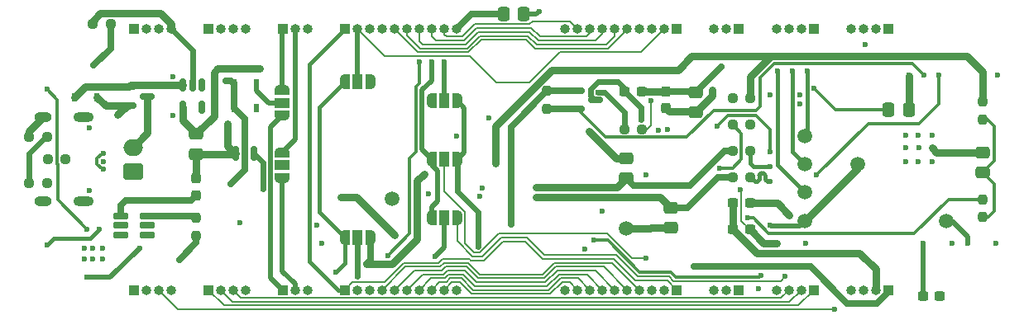
<source format=gbr>
%TF.GenerationSoftware,KiCad,Pcbnew,8.0.0*%
%TF.CreationDate,2024-12-15T19:06:57+00:00*%
%TF.ProjectId,main-board,6d61696e-2d62-46f6-9172-642e6b696361,rev?*%
%TF.SameCoordinates,Original*%
%TF.FileFunction,Copper,L4,Bot*%
%TF.FilePolarity,Positive*%
%FSLAX46Y46*%
G04 Gerber Fmt 4.6, Leading zero omitted, Abs format (unit mm)*
G04 Created by KiCad (PCBNEW 8.0.0) date 2024-12-15 19:06:57*
%MOMM*%
%LPD*%
G01*
G04 APERTURE LIST*
G04 Aperture macros list*
%AMRoundRect*
0 Rectangle with rounded corners*
0 $1 Rounding radius*
0 $2 $3 $4 $5 $6 $7 $8 $9 X,Y pos of 4 corners*
0 Add a 4 corners polygon primitive as box body*
4,1,4,$2,$3,$4,$5,$6,$7,$8,$9,$2,$3,0*
0 Add four circle primitives for the rounded corners*
1,1,$1+$1,$2,$3*
1,1,$1+$1,$4,$5*
1,1,$1+$1,$6,$7*
1,1,$1+$1,$8,$9*
0 Add four rect primitives between the rounded corners*
20,1,$1+$1,$2,$3,$4,$5,0*
20,1,$1+$1,$4,$5,$6,$7,0*
20,1,$1+$1,$6,$7,$8,$9,0*
20,1,$1+$1,$8,$9,$2,$3,0*%
%AMFreePoly0*
4,1,19,0.550000,-0.750000,0.000000,-0.750000,0.000000,-0.744911,-0.071157,-0.744911,-0.207708,-0.704816,-0.327430,-0.627875,-0.420627,-0.520320,-0.479746,-0.390866,-0.500000,-0.250000,-0.500000,0.250000,-0.479746,0.390866,-0.420627,0.520320,-0.327430,0.627875,-0.207708,0.704816,-0.071157,0.744911,0.000000,0.744911,0.000000,0.750000,0.550000,0.750000,0.550000,-0.750000,0.550000,-0.750000,
$1*%
%AMFreePoly1*
4,1,19,0.000000,0.744911,0.071157,0.744911,0.207708,0.704816,0.327430,0.627875,0.420627,0.520320,0.479746,0.390866,0.500000,0.250000,0.500000,-0.250000,0.479746,-0.390866,0.420627,-0.520320,0.327430,-0.627875,0.207708,-0.704816,0.071157,-0.744911,0.000000,-0.744911,0.000000,-0.750000,-0.550000,-0.750000,-0.550000,0.750000,0.000000,0.750000,0.000000,0.744911,0.000000,0.744911,
$1*%
G04 Aperture macros list end*
%TA.AperFunction,ComponentPad*%
%ADD10R,1.000000X1.000000*%
%TD*%
%TA.AperFunction,ComponentPad*%
%ADD11O,1.000000X1.000000*%
%TD*%
%TA.AperFunction,ComponentPad*%
%ADD12O,2.100000X1.000000*%
%TD*%
%TA.AperFunction,ComponentPad*%
%ADD13O,1.800000X1.000000*%
%TD*%
%TA.AperFunction,SMDPad,CuDef*%
%ADD14RoundRect,0.250000X-0.475000X0.337500X-0.475000X-0.337500X0.475000X-0.337500X0.475000X0.337500X0*%
%TD*%
%TA.AperFunction,SMDPad,CuDef*%
%ADD15C,1.500000*%
%TD*%
%TA.AperFunction,SMDPad,CuDef*%
%ADD16RoundRect,0.237500X-0.250000X-0.237500X0.250000X-0.237500X0.250000X0.237500X-0.250000X0.237500X0*%
%TD*%
%TA.AperFunction,SMDPad,CuDef*%
%ADD17RoundRect,0.150000X-0.150000X0.512500X-0.150000X-0.512500X0.150000X-0.512500X0.150000X0.512500X0*%
%TD*%
%TA.AperFunction,SMDPad,CuDef*%
%ADD18RoundRect,0.250000X0.475000X-0.337500X0.475000X0.337500X-0.475000X0.337500X-0.475000X-0.337500X0*%
%TD*%
%TA.AperFunction,SMDPad,CuDef*%
%ADD19FreePoly0,90.000000*%
%TD*%
%TA.AperFunction,SMDPad,CuDef*%
%ADD20R,1.500000X1.000000*%
%TD*%
%TA.AperFunction,SMDPad,CuDef*%
%ADD21FreePoly1,90.000000*%
%TD*%
%TA.AperFunction,SMDPad,CuDef*%
%ADD22FreePoly0,180.000000*%
%TD*%
%TA.AperFunction,SMDPad,CuDef*%
%ADD23R,1.000000X1.500000*%
%TD*%
%TA.AperFunction,SMDPad,CuDef*%
%ADD24FreePoly1,180.000000*%
%TD*%
%TA.AperFunction,SMDPad,CuDef*%
%ADD25RoundRect,0.237500X-0.237500X0.250000X-0.237500X-0.250000X0.237500X-0.250000X0.237500X0.250000X0*%
%TD*%
%TA.AperFunction,SMDPad,CuDef*%
%ADD26RoundRect,0.250000X0.337500X0.475000X-0.337500X0.475000X-0.337500X-0.475000X0.337500X-0.475000X0*%
%TD*%
%TA.AperFunction,SMDPad,CuDef*%
%ADD27RoundRect,0.162500X0.617500X0.162500X-0.617500X0.162500X-0.617500X-0.162500X0.617500X-0.162500X0*%
%TD*%
%TA.AperFunction,SMDPad,CuDef*%
%ADD28R,0.630000X0.830000*%
%TD*%
%TA.AperFunction,SMDPad,CuDef*%
%ADD29RoundRect,0.150000X0.150000X-0.587500X0.150000X0.587500X-0.150000X0.587500X-0.150000X-0.587500X0*%
%TD*%
%TA.AperFunction,SMDPad,CuDef*%
%ADD30RoundRect,0.237500X-0.300000X-0.237500X0.300000X-0.237500X0.300000X0.237500X-0.300000X0.237500X0*%
%TD*%
%TA.AperFunction,SMDPad,CuDef*%
%ADD31RoundRect,0.237500X0.250000X0.237500X-0.250000X0.237500X-0.250000X-0.237500X0.250000X-0.237500X0*%
%TD*%
%TA.AperFunction,SMDPad,CuDef*%
%ADD32RoundRect,0.250000X-0.337500X-0.475000X0.337500X-0.475000X0.337500X0.475000X-0.337500X0.475000X0*%
%TD*%
%TA.AperFunction,SMDPad,CuDef*%
%ADD33RoundRect,0.237500X0.237500X-0.250000X0.237500X0.250000X-0.237500X0.250000X-0.237500X-0.250000X0*%
%TD*%
%TA.AperFunction,SMDPad,CuDef*%
%ADD34RoundRect,0.237500X0.300000X0.237500X-0.300000X0.237500X-0.300000X-0.237500X0.300000X-0.237500X0*%
%TD*%
%TA.AperFunction,ComponentPad*%
%ADD35RoundRect,0.250000X0.750000X-0.600000X0.750000X0.600000X-0.750000X0.600000X-0.750000X-0.600000X0*%
%TD*%
%TA.AperFunction,ComponentPad*%
%ADD36O,2.000000X1.700000*%
%TD*%
%TA.AperFunction,SMDPad,CuDef*%
%ADD37RoundRect,0.150000X-0.587500X-0.150000X0.587500X-0.150000X0.587500X0.150000X-0.587500X0.150000X0*%
%TD*%
%TA.AperFunction,SMDPad,CuDef*%
%ADD38RoundRect,0.237500X0.237500X-0.300000X0.237500X0.300000X-0.237500X0.300000X-0.237500X-0.300000X0*%
%TD*%
%TA.AperFunction,ViaPad*%
%ADD39C,0.600000*%
%TD*%
%TA.AperFunction,Conductor*%
%ADD40C,0.400000*%
%TD*%
%TA.AperFunction,Conductor*%
%ADD41C,0.800000*%
%TD*%
%TA.AperFunction,Conductor*%
%ADD42C,0.700000*%
%TD*%
%TA.AperFunction,Conductor*%
%ADD43C,0.600000*%
%TD*%
%TA.AperFunction,Conductor*%
%ADD44C,0.500000*%
%TD*%
%TA.AperFunction,Conductor*%
%ADD45C,0.200000*%
%TD*%
%TA.AperFunction,Conductor*%
%ADD46C,0.300000*%
%TD*%
G04 APERTURE END LIST*
D10*
%TO.P,SW_C1,1,Pin_1*%
%TO.N,/SW1_A*%
X76650000Y-113400000D03*
D11*
%TO.P,SW_C1,2,Pin_2*%
%TO.N,/SW2_A*%
X77920000Y-113400000D03*
%TO.P,SW_C1,3,Pin_3*%
%TO.N,GND*%
X79190000Y-113400000D03*
%TD*%
D10*
%TO.P,PWR1,1,Pin_1*%
%TO.N,/VCC_CTRL*%
X61400000Y-113400000D03*
D11*
%TO.P,PWR1,2,Pin_2*%
%TO.N,LDO_CTRL*%
X62670000Y-113400000D03*
%TO.P,PWR1,3,Pin_3*%
%TO.N,/BUZZER_A*%
X63940000Y-113400000D03*
%TO.P,PWR1,4,Pin_4*%
%TO.N,GND*%
X65210000Y-113400000D03*
%TD*%
D10*
%TO.P,DD1,1,Pin_1*%
%TO.N,/VPRG*%
X83005000Y-113400000D03*
D11*
%TO.P,DD1,2,Pin_2*%
%TO.N,/ALT_A*%
X84275000Y-113400000D03*
%TO.P,DD1,3,Pin_3*%
%TO.N,/GSCLK*%
X85545000Y-113400000D03*
%TO.P,DD1,4,Pin_4*%
%TO.N,/BLANK*%
X86815000Y-113400000D03*
%TO.P,DD1,5,Pin_5*%
%TO.N,/XLAT*%
X88085000Y-113400000D03*
%TO.P,DD1,6,Pin_6*%
%TO.N,/XERR_A*%
X89355000Y-113400000D03*
%TO.P,DD1,7,Pin_7*%
%TO.N,/SCLK*%
X90625000Y-113400000D03*
%TO.P,DD1,8,Pin_8*%
%TO.N,/SIN_A*%
X91895000Y-113400000D03*
%TO.P,DD1,9,Pin_9*%
%TO.N,/SOUT_A*%
X93165000Y-113400000D03*
%TO.P,DD1,10,Pin_10*%
%TO.N,GND*%
X94435000Y-113400000D03*
%TD*%
D10*
%TO.P,CA3,1,Pin_1*%
%TO.N,/MC_DD_1_B*%
X69025000Y-86600000D03*
D11*
%TO.P,CA3,2,Pin_2*%
%TO.N,/MC_DD_2_B*%
X70295000Y-86600000D03*
%TO.P,CA3,3,Pin_3*%
%TO.N,/MC_SD_B*%
X71565000Y-86600000D03*
%TO.P,CA3,4,Pin_4*%
%TO.N,GND*%
X72835000Y-86600000D03*
%TD*%
D10*
%TO.P,SW_C2,1,Pin_1*%
%TO.N,/SW1_A*%
X123350000Y-113400000D03*
D11*
%TO.P,SW_C2,2,Pin_2*%
%TO.N,/SW2_A*%
X122080000Y-113400000D03*
%TO.P,SW_C2,3,Pin_3*%
%TO.N,GND*%
X120810000Y-113400000D03*
%TD*%
D10*
%TO.P,CA1,1,Pin_1*%
%TO.N,/MC_DD_1_A*%
X69025000Y-113400000D03*
D11*
%TO.P,CA1,2,Pin_2*%
%TO.N,/MC_DD_2_A*%
X70295000Y-113400000D03*
%TO.P,CA1,3,Pin_3*%
%TO.N,/MC_SD_A*%
X71565000Y-113400000D03*
%TO.P,CA1,4,Pin_4*%
%TO.N,GND*%
X72835000Y-113400000D03*
%TD*%
D10*
%TO.P,DD4,1,Pin_1*%
%TO.N,/VPRG*%
X116995000Y-86600000D03*
D11*
%TO.P,DD4,2,Pin_2*%
%TO.N,/ALT_B*%
X115725000Y-86600000D03*
%TO.P,DD4,3,Pin_3*%
%TO.N,/GSCLK*%
X114455000Y-86600000D03*
%TO.P,DD4,4,Pin_4*%
%TO.N,/BLANK*%
X113185000Y-86600000D03*
%TO.P,DD4,5,Pin_5*%
%TO.N,/XLAT*%
X111915000Y-86600000D03*
%TO.P,DD4,6,Pin_6*%
%TO.N,/XERR_B*%
X110645000Y-86600000D03*
%TO.P,DD4,7,Pin_7*%
%TO.N,/SCLK*%
X109375000Y-86600000D03*
%TO.P,DD4,8,Pin_8*%
%TO.N,/SIN_B*%
X108105000Y-86600000D03*
%TO.P,DD4,9,Pin_9*%
%TO.N,/SOUT_B*%
X106835000Y-86600000D03*
%TO.P,DD4,10,Pin_10*%
%TO.N,GND*%
X105565000Y-86600000D03*
%TD*%
D10*
%TO.P,DD2,1,Pin_1*%
%TO.N,/VPRG*%
X116995000Y-113400000D03*
D11*
%TO.P,DD2,2,Pin_2*%
%TO.N,/ALT_A*%
X115725000Y-113400000D03*
%TO.P,DD2,3,Pin_3*%
%TO.N,/GSCLK*%
X114455000Y-113400000D03*
%TO.P,DD2,4,Pin_4*%
%TO.N,/BLANK*%
X113185000Y-113400000D03*
%TO.P,DD2,5,Pin_5*%
%TO.N,/XLAT*%
X111915000Y-113400000D03*
%TO.P,DD2,6,Pin_6*%
%TO.N,/XERR_A*%
X110645000Y-113400000D03*
%TO.P,DD2,7,Pin_7*%
%TO.N,/SCLK*%
X109375000Y-113400000D03*
%TO.P,DD2,8,Pin_8*%
%TO.N,/SIN_A*%
X108105000Y-113400000D03*
%TO.P,DD2,9,Pin_9*%
%TO.N,/SOUT_A*%
X106835000Y-113400000D03*
%TO.P,DD2,10,Pin_10*%
%TO.N,GND*%
X105565000Y-113400000D03*
%TD*%
D10*
%TO.P,SW_C4,1,Pin_1*%
%TO.N,/SW1_B*%
X123350000Y-86600000D03*
D11*
%TO.P,SW_C4,2,Pin_2*%
%TO.N,/SW2_B*%
X122080000Y-86600000D03*
%TO.P,SW_C4,3,Pin_3*%
%TO.N,GND*%
X120810000Y-86600000D03*
%TD*%
D10*
%TO.P,PWR2,1,Pin_1*%
%TO.N,/VCC_CTRL*%
X138600000Y-113400000D03*
D11*
%TO.P,PWR2,2,Pin_2*%
%TO.N,LDO_CTRL*%
X137330000Y-113400000D03*
%TO.P,PWR2,3,Pin_3*%
%TO.N,/BUZZER_A*%
X136060000Y-113400000D03*
%TO.P,PWR2,4,Pin_4*%
%TO.N,GND*%
X134790000Y-113400000D03*
%TD*%
D10*
%TO.P,CA4,1,Pin_1*%
%TO.N,/MC_DD_1_B*%
X130975000Y-86600000D03*
D11*
%TO.P,CA4,2,Pin_2*%
%TO.N,/MC_DD_2_B*%
X129705000Y-86600000D03*
%TO.P,CA4,3,Pin_3*%
%TO.N,/MC_SD_B*%
X128435000Y-86600000D03*
%TO.P,CA4,4,Pin_4*%
%TO.N,GND*%
X127165000Y-86600000D03*
%TD*%
D10*
%TO.P,SW_C3,1,Pin_1*%
%TO.N,/SW1_B*%
X76650000Y-86600000D03*
D11*
%TO.P,SW_C3,2,Pin_2*%
%TO.N,/SW2_B*%
X77920000Y-86600000D03*
%TO.P,SW_C3,3,Pin_3*%
%TO.N,GND*%
X79190000Y-86600000D03*
%TD*%
D10*
%TO.P,PWR4,1,Pin_1*%
%TO.N,/VCC_CTRL*%
X138600000Y-86600000D03*
D11*
%TO.P,PWR4,2,Pin_2*%
%TO.N,LDO_CTRL*%
X137330000Y-86600000D03*
%TO.P,PWR4,3,Pin_3*%
%TO.N,/BUZZER_B*%
X136060000Y-86600000D03*
%TO.P,PWR4,4,Pin_4*%
%TO.N,GND*%
X134790000Y-86600000D03*
%TD*%
D10*
%TO.P,PWR3,1,Pin_1*%
%TO.N,/VCC_CTRL*%
X61400000Y-86600000D03*
D11*
%TO.P,PWR3,2,Pin_2*%
%TO.N,LDO_CTRL*%
X62670000Y-86600000D03*
%TO.P,PWR3,3,Pin_3*%
%TO.N,/BUZZER_B*%
X63940000Y-86600000D03*
%TO.P,PWR3,4,Pin_4*%
%TO.N,GND*%
X65210000Y-86600000D03*
%TD*%
D12*
%TO.P,J1,S1,SHIELD*%
%TO.N,Net-(J1-SHIELD)*%
X56280000Y-95660000D03*
D13*
X52100000Y-95660000D03*
D12*
X56280000Y-104300000D03*
D13*
X52100000Y-104300000D03*
%TD*%
D10*
%TO.P,DD3,1,Pin_1*%
%TO.N,/VPRG*%
X83005000Y-86600000D03*
D11*
%TO.P,DD3,2,Pin_2*%
%TO.N,/ALT_B*%
X84275000Y-86600000D03*
%TO.P,DD3,3,Pin_3*%
%TO.N,/GSCLK*%
X85545000Y-86600000D03*
%TO.P,DD3,4,Pin_4*%
%TO.N,/BLANK*%
X86815000Y-86600000D03*
%TO.P,DD3,5,Pin_5*%
%TO.N,/XLAT*%
X88085000Y-86600000D03*
%TO.P,DD3,6,Pin_6*%
%TO.N,/XERR_B*%
X89355000Y-86600000D03*
%TO.P,DD3,7,Pin_7*%
%TO.N,/SCLK*%
X90625000Y-86600000D03*
%TO.P,DD3,8,Pin_8*%
%TO.N,/SIN_B*%
X91895000Y-86600000D03*
%TO.P,DD3,9,Pin_9*%
%TO.N,/SOUT_B*%
X93165000Y-86600000D03*
%TO.P,DD3,10,Pin_10*%
%TO.N,GND*%
X94435000Y-86600000D03*
%TD*%
D10*
%TO.P,CA2,1,Pin_1*%
%TO.N,/MC_DD_1_A*%
X130975000Y-113400000D03*
D11*
%TO.P,CA2,2,Pin_2*%
%TO.N,/MC_DD_2_A*%
X129705000Y-113400000D03*
%TO.P,CA2,3,Pin_3*%
%TO.N,/MC_SD_A*%
X128435000Y-113400000D03*
%TO.P,CA2,4,Pin_4*%
%TO.N,GND*%
X127165000Y-113400000D03*
%TD*%
D14*
%TO.P,C16,1*%
%TO.N,LDO*%
X67800000Y-97362500D03*
%TO.P,C16,2*%
%TO.N,GND*%
X67800000Y-99437500D03*
%TD*%
D15*
%TO.P,GND,1,1*%
%TO.N,GND*%
X130100000Y-106300000D03*
%TD*%
D16*
%TO.P,R9,1*%
%TO.N,Net-(D3-K)*%
X122687500Y-96400000D03*
%TO.P,R9,2*%
%TO.N,GND*%
X124512500Y-96400000D03*
%TD*%
D17*
%TO.P,U5,1,VIN*%
%TO.N,VCC*%
X66437500Y-92375000D03*
%TO.P,U5,2,GND*%
%TO.N,GND*%
X67387500Y-92375000D03*
%TO.P,U5,3,EN*%
%TO.N,/LDO_EN*%
X68337500Y-92375000D03*
%TO.P,U5,4,NC*%
%TO.N,unconnected-(U5-NC-Pad4)*%
X68337500Y-94650000D03*
%TO.P,U5,5,VOUT*%
%TO.N,LDO*%
X66437500Y-94650000D03*
%TD*%
D18*
%TO.P,C1,1*%
%TO.N,/EN*%
X148300000Y-101337500D03*
%TO.P,C1,2*%
%TO.N,GND*%
X148300000Y-99262500D03*
%TD*%
D19*
%TO.P,SW_2,1,A*%
%TO.N,/SW2_A*%
X76600000Y-101900000D03*
D20*
%TO.P,SW_2,2,C*%
%TO.N,/SW2*%
X76600000Y-100600000D03*
D21*
%TO.P,SW_2,3,B*%
%TO.N,/SW2_B*%
X76600000Y-99300000D03*
%TD*%
D22*
%TO.P,ALT_A1,1,A*%
%TO.N,LDO_CTRL*%
X85600000Y-108000000D03*
D23*
%TO.P,ALT_A1,2,C*%
%TO.N,/ALT_A*%
X84300000Y-108000000D03*
D24*
%TO.P,ALT_A1,3,B*%
%TO.N,/CTRL*%
X83000000Y-108000000D03*
%TD*%
D25*
%TO.P,R12,1*%
%TO.N,VCC*%
X103700000Y-92987500D03*
%TO.P,R12,2*%
%TO.N,/ADC_VREF_EN*%
X103700000Y-94812500D03*
%TD*%
D26*
%TO.P,C3,1*%
%TO.N,/ADC_BAT_EN*%
X140737500Y-94900000D03*
%TO.P,C3,2*%
%TO.N,Net-(Q1-G)*%
X138662500Y-94900000D03*
%TD*%
D27*
%TO.P,U7,1,GND*%
%TO.N,GND*%
X62800000Y-105825000D03*
%TO.P,U7,2,D12*%
%TO.N,unconnected-(U7-D12-Pad2)*%
X62800000Y-106775000D03*
%TO.P,U7,3,BAT-*%
%TO.N,-BATT*%
X62800000Y-107725000D03*
%TO.P,U7,4,CS*%
%TO.N,Net-(U7-CS)*%
X60100000Y-107725000D03*
%TO.P,U7,5,D12*%
%TO.N,unconnected-(U7-D12-Pad5)*%
X60100000Y-106775000D03*
%TO.P,U7,6,VCC*%
%TO.N,Net-(U7-VCC)*%
X60100000Y-105825000D03*
%TD*%
D28*
%TO.P,D9,A*%
%TO.N,Net-(Q7-D)*%
X71650000Y-94700000D03*
%TO.P,D9,C*%
%TO.N,/SW2*%
X73950000Y-94700000D03*
%TD*%
D29*
%TO.P,Q7,1,G*%
%TO.N,Net-(Q7-G)*%
X73700000Y-99400000D03*
%TO.P,Q7,2,S*%
%TO.N,GND*%
X71800000Y-99400000D03*
%TO.P,Q7,3,D*%
%TO.N,Net-(Q7-D)*%
X72750000Y-97525000D03*
%TD*%
D15*
%TO.P,12,1,1*%
%TO.N,/GPIO12*%
X130100000Y-100500000D03*
%TD*%
D28*
%TO.P,D8,A*%
%TO.N,Net-(Q7-D)*%
X71650000Y-92200000D03*
%TO.P,D8,C*%
%TO.N,/SW1*%
X73950000Y-92200000D03*
%TD*%
D30*
%TO.P,R19,1*%
%TO.N,Net-(U2-TXD0)*%
X142175000Y-114000000D03*
%TO.P,R19,2*%
%TO.N,/U0TXD*%
X143900000Y-114000000D03*
%TD*%
D31*
%TO.P,R7,1*%
%TO.N,GND*%
X54412500Y-100000000D03*
%TO.P,R7,2*%
%TO.N,Net-(J1-CC1)*%
X52587500Y-100000000D03*
%TD*%
D24*
%TO.P,AB_2,3,B*%
%TO.N,/MISO(SOUT)*%
X91900000Y-94000000D03*
D23*
%TO.P,AB_2,2,C*%
%TO.N,/SOUT_B*%
X93200000Y-94000000D03*
D22*
%TO.P,AB_2,1,A*%
%TO.N,/SIN_A*%
X94500000Y-94000000D03*
%TD*%
D31*
%TO.P,R17,1*%
%TO.N,Net-(U2-USB_D+)*%
X124512500Y-101800000D03*
%TO.P,R17,2*%
%TO.N,/USB_D-*%
X122687500Y-101800000D03*
%TD*%
D25*
%TO.P,R2,1*%
%TO.N,LDO*%
X148312500Y-94087500D03*
%TO.P,R2,2*%
%TO.N,/EN*%
X148312500Y-95912500D03*
%TD*%
D32*
%TO.P,C12,1*%
%TO.N,GND*%
X99262500Y-85100000D03*
%TO.P,C12,2*%
%TO.N,LDO_CTRL*%
X101337500Y-85100000D03*
%TD*%
D33*
%TO.P,R34,1*%
%TO.N,VBUS*%
X67800000Y-107812500D03*
%TO.P,R34,2*%
%TO.N,GND*%
X67800000Y-105987500D03*
%TD*%
D34*
%TO.P,R22,1*%
%TO.N,/SDA*%
X124462500Y-104500000D03*
%TO.P,R22,2*%
%TO.N,LDO_CTRL*%
X122737500Y-104500000D03*
%TD*%
D31*
%TO.P,R11,1*%
%TO.N,LDO*%
X124512500Y-93700000D03*
%TO.P,R11,2*%
%TO.N,Net-(U2-IO00)*%
X122687500Y-93700000D03*
%TD*%
D35*
%TO.P,BAT1,1,Pin_1*%
%TO.N,-BATT*%
X61350000Y-101250000D03*
D36*
%TO.P,BAT1,2,Pin_2*%
%TO.N,+BATT*%
X61350000Y-98750000D03*
%TD*%
D31*
%TO.P,R1,1*%
%TO.N,GND*%
X52512500Y-97700000D03*
%TO.P,R1,2*%
%TO.N,Net-(J1-SHIELD)*%
X50687500Y-97700000D03*
%TD*%
D33*
%TO.P,R5,1*%
%TO.N,/EN*%
X148312500Y-105912500D03*
%TO.P,R5,2*%
%TO.N,Net-(C2-Pad2)*%
X148312500Y-104087500D03*
%TD*%
D37*
%TO.P,Q2,1,G*%
%TO.N,/ADC_VREF_EN*%
X106825000Y-94850000D03*
%TO.P,Q2,2,S*%
%TO.N,VCC*%
X106825000Y-92950000D03*
%TO.P,Q2,3,D*%
%TO.N,/2.5V*%
X108700000Y-93900000D03*
%TD*%
D38*
%TO.P,R14,1*%
%TO.N,GND*%
X115900000Y-94762500D03*
%TO.P,R14,2*%
%TO.N,/1V*%
X115900000Y-93037500D03*
%TD*%
D28*
%TO.P,D10,A*%
%TO.N,VBUS*%
X57650000Y-93600000D03*
%TO.P,D10,C*%
%TO.N,VCC*%
X55350000Y-93600000D03*
%TD*%
D22*
%TO.P,AB_1,1,A*%
%TO.N,/SIN_A*%
X94500000Y-100000000D03*
D23*
%TO.P,AB_1,2,C*%
%TO.N,/MOSI(SIN)*%
X93200000Y-100000000D03*
D24*
%TO.P,AB_1,3,B*%
%TO.N,/SIN_B*%
X91900000Y-100000000D03*
%TD*%
D16*
%TO.P,R8,1*%
%TO.N,GND*%
X50687500Y-102400000D03*
%TO.P,R8,2*%
%TO.N,Net-(J1-CC2)*%
X52512500Y-102400000D03*
%TD*%
D22*
%TO.P,AB_3,1,A*%
%TO.N,/MISO(SOUT)*%
X94500000Y-106000000D03*
D23*
%TO.P,AB_3,2,C*%
%TO.N,/SOUT_A*%
X93200000Y-106000000D03*
D24*
%TO.P,AB_3,3,B*%
%TO.N,/SIN_B*%
X91900000Y-106000000D03*
%TD*%
D34*
%TO.P,R21,1*%
%TO.N,/SCL*%
X124462500Y-107200000D03*
%TO.P,R21,2*%
%TO.N,LDO_CTRL*%
X122737500Y-107200000D03*
%TD*%
D30*
%TO.P,R13,1*%
%TO.N,/2.5V*%
X111637500Y-93000000D03*
%TO.P,R13,2*%
%TO.N,/1V*%
X113362500Y-93000000D03*
%TD*%
D19*
%TO.P,SW_1,1,A*%
%TO.N,/SW1_A*%
X76600000Y-95500000D03*
D20*
%TO.P,SW_1,2,C*%
%TO.N,/SW1*%
X76600000Y-94200000D03*
D21*
%TO.P,SW_1,3,B*%
%TO.N,/SW1_B*%
X76600000Y-92900000D03*
%TD*%
D15*
%TO.P,46,1,1*%
%TO.N,/GPIO46*%
X144600000Y-106300000D03*
%TD*%
%TO.P,GND,1,1*%
%TO.N,GND*%
X87800000Y-104000000D03*
%TD*%
D37*
%TO.P,Q6,1,G*%
%TO.N,VBUS*%
X60925000Y-94450000D03*
%TO.P,Q6,2,S*%
%TO.N,VCC*%
X60925000Y-92550000D03*
%TO.P,Q6,3,D*%
%TO.N,+BATT*%
X62800000Y-93500000D03*
%TD*%
D31*
%TO.P,R30,1*%
%TO.N,VBUS*%
X59012500Y-86100000D03*
%TO.P,R30,2*%
%TO.N,GND*%
X57187500Y-86100000D03*
%TD*%
D15*
%TO.P,GND,1,1*%
%TO.N,GND*%
X135500000Y-100500000D03*
%TD*%
%TO.P,GND,1,1*%
%TO.N,GND*%
X111800000Y-107100000D03*
%TD*%
D22*
%TO.P,ALT_B1,1,A*%
%TO.N,LDO_CTRL*%
X85600000Y-92000000D03*
D23*
%TO.P,ALT_B1,2,C*%
%TO.N,/ALT_B*%
X84300000Y-92000000D03*
D24*
%TO.P,ALT_B1,3,B*%
%TO.N,/CTRL*%
X83000000Y-92000000D03*
%TD*%
D15*
%TO.P,13,1,1*%
%TO.N,/GPIO13*%
X130100000Y-103400000D03*
%TD*%
D31*
%TO.P,R18,1*%
%TO.N,Net-(U2-USB_D-)*%
X124512500Y-99100000D03*
%TO.P,R18,2*%
%TO.N,/USB_D+*%
X122687500Y-99100000D03*
%TD*%
%TO.P,R16,1*%
%TO.N,/XERR_B*%
X113412500Y-96900000D03*
%TO.P,R16,2*%
%TO.N,Net-(D5-K)*%
X111587500Y-96900000D03*
%TD*%
D14*
%TO.P,C7,1*%
%TO.N,/USB_D-*%
X116400000Y-104962500D03*
%TO.P,C7,2*%
%TO.N,GND*%
X116400000Y-107037500D03*
%TD*%
D38*
%TO.P,C18,1*%
%TO.N,Net-(U7-VCC)*%
X67800000Y-103662500D03*
%TO.P,C18,2*%
%TO.N,GND*%
X67800000Y-101937500D03*
%TD*%
D14*
%TO.P,C6,1*%
%TO.N,/1V*%
X118900000Y-93100000D03*
%TO.P,C6,2*%
%TO.N,GND*%
X118900000Y-95175000D03*
%TD*%
D18*
%TO.P,C8,1*%
%TO.N,/USB_D+*%
X111800000Y-101937500D03*
%TO.P,C8,2*%
%TO.N,GND*%
X111800000Y-99862500D03*
%TD*%
D15*
%TO.P,11,1,1*%
%TO.N,/GPIO11*%
X130100000Y-97600000D03*
%TD*%
D39*
%TO.N,GND*%
X120600000Y-92850000D03*
X65400000Y-91475000D03*
%TO.N,+BATT*%
X94400000Y-97612500D03*
X65400000Y-95500000D03*
%TO.N,/BUZZER_A*%
X133100000Y-115400000D03*
%TO.N,/VCC_CTRL*%
X118700000Y-111000000D03*
%TO.N,Net-(D4-K)*%
X107587500Y-109200000D03*
X109375000Y-105300000D03*
%TO.N,/MOSI(SIN)*%
X113785000Y-110100000D03*
X130175000Y-108625000D03*
%TO.N,/CTRL*%
X125300000Y-113300000D03*
%TO.N,/VCC_CTRL_EN*%
X126500000Y-93400000D03*
%TO.N,/GPIO11*%
X130300000Y-90900000D03*
%TO.N,/GPIO12*%
X128800000Y-90900000D03*
%TO.N,/GPIO13*%
X127300000Y-90900000D03*
%TO.N,GND*%
X124512500Y-96400000D03*
%TO.N,/BLANK*%
X116050000Y-96950000D03*
%TO.N,/XLAT*%
X115100000Y-97050000D03*
%TO.N,GND*%
X108025000Y-97125000D03*
%TO.N,/GSCLK*%
X121100000Y-96600000D03*
X126525000Y-99250000D03*
%TO.N,Net-(Q1-G)*%
X97725000Y-95750000D03*
X131000000Y-92700000D03*
%TO.N,/SDA*%
X124350000Y-104500000D03*
%TO.N,/SCL*%
X123500000Y-103100000D03*
%TO.N,Net-(U2-IO05)*%
X96834113Y-103750000D03*
%TO.N,GND*%
X91600000Y-103537500D03*
%TO.N,Net-(U2-IO06)*%
X97100000Y-102900000D03*
%TO.N,/ADC_BAT_V*%
X131300000Y-101600000D03*
X143775000Y-91375000D03*
%TO.N,/LDO_LATCH*%
X145175000Y-108625000D03*
X72250000Y-106525000D03*
%TO.N,/VCC_CTRL_EN*%
X80600000Y-108650000D03*
%TO.N,/1V*%
X136300000Y-88200000D03*
%TO.N,/USB_D-*%
X102600000Y-103909824D03*
%TO.N,/USB_D+*%
X58300000Y-101000003D03*
X102600000Y-102850000D03*
%TO.N,/USB_D-*%
X58300000Y-100200000D03*
%TO.N,/USB_D+*%
X58300000Y-99399997D03*
%TO.N,Net-(U2-IO05)*%
X129600000Y-94300000D03*
%TO.N,Net-(U2-IO06)*%
X129600000Y-93337500D03*
%TO.N,/ADC_BAT_V*%
X113800000Y-101600000D03*
%TO.N,/1V*%
X121500000Y-90500000D03*
%TO.N,/2.5V*%
X113292000Y-95925000D03*
%TO.N,/SIN_A*%
X96600000Y-108950000D03*
%TO.N,/SCLK*%
X90625000Y-90000000D03*
X87400000Y-109850000D03*
%TO.N,/XERR_B*%
X114300000Y-93950000D03*
%TO.N,LDO*%
X98400000Y-100400000D03*
%TO.N,Net-(U2-IO00)*%
X122687500Y-93900000D03*
%TO.N,LDO_CTRL*%
X123785636Y-108251622D03*
%TO.N,VCC*%
X88062500Y-107750000D03*
X82600000Y-103900000D03*
X100000000Y-106700000D03*
%TO.N,LDO*%
X74300000Y-90700000D03*
%TO.N,VCC*%
X62300000Y-92375000D03*
%TO.N,GND*%
X87800000Y-104015000D03*
%TO.N,LDO_CTRL*%
X85200000Y-110750000D03*
%TO.N,/SIN_B*%
X91900000Y-90000000D03*
%TO.N,/MISO(SOUT)*%
X94500000Y-105900000D03*
X91900000Y-94000000D03*
%TO.N,/CTRL*%
X82052330Y-111600000D03*
%TO.N,/SCLK*%
X108500000Y-108300000D03*
X125600000Y-111900000D03*
%TO.N,/ALT_A*%
X84275000Y-112000000D03*
%TO.N,/MISO(SOUT)*%
X128086159Y-112000000D03*
%TO.N,/SDA*%
X128500000Y-105700000D03*
%TO.N,/SCL*%
X127175000Y-108625000D03*
%TO.N,GND*%
X80100000Y-106750000D03*
%TO.N,/SW1*%
X73950000Y-92200000D03*
%TO.N,LDO_CTRL*%
X91150000Y-101462500D03*
%TO.N,/SOUT_A*%
X92200000Y-110000000D03*
%TO.N,/SOUT_B*%
X93165000Y-90000000D03*
%TO.N,GND*%
X114300000Y-107037500D03*
%TO.N,LDO_CTRL*%
X85600000Y-92000000D03*
%TO.N,/SW2*%
X73950000Y-94700000D03*
X76600000Y-100600000D03*
%TO.N,/LDO_EN*%
X68337500Y-92375000D03*
%TO.N,VBUS*%
X59750000Y-95400000D03*
%TO.N,Net-(Q7-D)*%
X70837500Y-91900000D03*
%TO.N,LDO_CTRL*%
X102900000Y-84800000D03*
%TO.N,-BATT*%
X62800000Y-107725000D03*
%TO.N,GND*%
X141700000Y-97500000D03*
X58200000Y-110200000D03*
X143100000Y-97500000D03*
X141735000Y-98810000D03*
X70962500Y-96300000D03*
X143100000Y-98800000D03*
X140400000Y-98800000D03*
X56300000Y-109100000D03*
X143100000Y-100200000D03*
X58200000Y-109100000D03*
X54412500Y-100000000D03*
X141700000Y-100200000D03*
X57200000Y-109100000D03*
X52512500Y-97700000D03*
X56855000Y-103180000D03*
X56855000Y-96780000D03*
X57200000Y-110200000D03*
X140400000Y-100200000D03*
X149675000Y-108625000D03*
X56300000Y-110200000D03*
X149775000Y-91375000D03*
X126525000Y-106750000D03*
X67800000Y-105987500D03*
X140400000Y-97500000D03*
%TO.N,/EN*%
X148312500Y-105912500D03*
%TO.N,Net-(C2-Pad2)*%
X124200000Y-106000000D03*
%TO.N,/ADC_BAT_EN*%
X140775000Y-91375000D03*
%TO.N,LDO*%
X148312500Y-94087500D03*
%TO.N,VBUS*%
X57300000Y-90300000D03*
X66050000Y-110300000D03*
%TO.N,Net-(U7-VCC)*%
X64800000Y-104200000D03*
%TO.N,Net-(D3-K)*%
X121377500Y-100875000D03*
%TO.N,Net-(D5-K)*%
X108925000Y-93100000D03*
%TO.N,Net-(Q7-D)*%
X71300000Y-102500000D03*
%TO.N,Net-(Q7-G)*%
X74600000Y-103000000D03*
%TO.N,/ADC_VREF_EN*%
X142275000Y-91375000D03*
%TO.N,Net-(U2-USB_D+)*%
X126525000Y-102250000D03*
%TO.N,Net-(U2-USB_D-)*%
X126525000Y-100750000D03*
%TO.N,/U0TXD*%
X143900000Y-114000000D03*
%TO.N,Net-(U2-TXD0)*%
X142175000Y-108625000D03*
%TO.N,Net-(U6-~{CHRG})*%
X52512500Y-92800000D03*
X56615000Y-107155000D03*
%TO.N,Net-(U6-~{STDBY})*%
X52512500Y-108800000D03*
X57885000Y-107155000D03*
%TO.N,Net-(U6-PROG)*%
X56615000Y-112105000D03*
X61987500Y-109100000D03*
%TO.N,Net-(U7-CS)*%
X60100000Y-107725000D03*
%TO.N,/GPIO46*%
X146775000Y-108625000D03*
%TO.N,Net-(J1-CC1)*%
X52587500Y-100000000D03*
%TO.N,Net-(J1-CC2)*%
X52512500Y-102400000D03*
%TD*%
D40*
%TO.N,Net-(U2-USB_D-)*%
X126525000Y-100750000D02*
X124850000Y-100750000D01*
X124850000Y-100750000D02*
X124512500Y-100412500D01*
X124512500Y-100412500D02*
X124512500Y-99100000D01*
D41*
%TO.N,GND*%
X120600000Y-92850000D02*
X120600000Y-93482097D01*
X120600000Y-93482097D02*
X118907097Y-95175000D01*
X118907097Y-95175000D02*
X118900000Y-95175000D01*
X67800000Y-101937500D02*
X67800000Y-99437500D01*
X57187500Y-86100000D02*
X57187500Y-85812500D01*
X57187500Y-85812500D02*
X57975000Y-85025000D01*
X64125000Y-85025000D02*
X65210000Y-86110000D01*
X65210000Y-86110000D02*
X65210000Y-86600000D01*
X57975000Y-85025000D02*
X64125000Y-85025000D01*
X111800000Y-99862500D02*
X110762500Y-99862500D01*
X110762500Y-99862500D02*
X108025000Y-97125000D01*
X115900000Y-94762500D02*
X116237500Y-95100000D01*
X116237500Y-95100000D02*
X118825000Y-95100000D01*
X118825000Y-95100000D02*
X118900000Y-95175000D01*
D42*
%TO.N,/1V*%
X121500000Y-90500000D02*
X118900000Y-93100000D01*
D43*
%TO.N,GND*%
X67387500Y-92375000D02*
X67387500Y-88777500D01*
X67387500Y-88777500D02*
X65210000Y-86600000D01*
D40*
%TO.N,/CTRL*%
X83000000Y-108000000D02*
X80400000Y-105400000D01*
X80400000Y-105400000D02*
X80400000Y-94600000D01*
X80400000Y-94600000D02*
X83000000Y-92000000D01*
%TO.N,/VPRG*%
X83005000Y-113400000D02*
X82300000Y-113400000D01*
X82300000Y-113400000D02*
X79400000Y-110500000D01*
X79400000Y-110500000D02*
X79400000Y-90205000D01*
X79400000Y-90205000D02*
X83005000Y-86600000D01*
D44*
%TO.N,/SIN_A*%
X94500000Y-94000000D02*
X95200000Y-94700000D01*
X95200000Y-99300000D02*
X94500000Y-100000000D01*
X95200000Y-94700000D02*
X95200000Y-99300000D01*
D40*
%TO.N,Net-(U6-~{STDBY})*%
X56940000Y-108100000D02*
X57885000Y-107155000D01*
X52512500Y-108800000D02*
X53212500Y-108100000D01*
X53212500Y-108100000D02*
X56940000Y-108100000D01*
D45*
%TO.N,/BUZZER_A*%
X63940000Y-113400000D02*
X65940000Y-115400000D01*
X65940000Y-115400000D02*
X133100000Y-115400000D01*
D42*
%TO.N,/VCC_CTRL*%
X138600000Y-113400000D02*
X138600000Y-113614925D01*
X138600000Y-113614925D02*
X137464925Y-114750000D01*
X137464925Y-114750000D02*
X134425000Y-114750000D01*
X134425000Y-114750000D02*
X130675000Y-111000000D01*
X130675000Y-111000000D02*
X118700000Y-111000000D01*
D46*
%TO.N,/SCLK*%
X116847082Y-112050000D02*
X116347082Y-111550000D01*
X125450000Y-112050000D02*
X116847082Y-112050000D01*
X125600000Y-111900000D02*
X125450000Y-112050000D01*
X113186396Y-111550000D02*
X109936396Y-108300000D01*
X116347082Y-111550000D02*
X113186396Y-111550000D01*
X109936396Y-108300000D02*
X108500000Y-108300000D01*
D45*
%TO.N,/MISO(SOUT)*%
X97084314Y-109950000D02*
X99034314Y-108000000D01*
X96084315Y-109950000D02*
X97084314Y-109950000D01*
X127586159Y-112500000D02*
X128086159Y-112000000D01*
X94500000Y-106000000D02*
X94500000Y-108365685D01*
X116160686Y-112000000D02*
X116660686Y-112500000D01*
X99034314Y-108000000D02*
X101600000Y-108000000D01*
X101600000Y-108000000D02*
X103400000Y-109800000D01*
X116660686Y-112500000D02*
X127586159Y-112500000D01*
X113000000Y-112000000D02*
X116160686Y-112000000D01*
X103400000Y-109800000D02*
X110800000Y-109800000D01*
X94500000Y-108365685D02*
X96084315Y-109950000D01*
X110800000Y-109800000D02*
X113000000Y-112000000D01*
D41*
%TO.N,LDO_CTRL*%
X122737500Y-107200000D02*
X122737500Y-107203486D01*
X122737500Y-107203486D02*
X125159014Y-109625000D01*
X127589214Y-109625000D02*
X127614214Y-109600000D01*
X125159014Y-109625000D02*
X127589214Y-109625000D01*
X127614214Y-109600000D02*
X135700000Y-109600000D01*
X135700000Y-109600000D02*
X137330000Y-111230000D01*
X137330000Y-111230000D02*
X137330000Y-113400000D01*
D42*
%TO.N,VCC*%
X100000000Y-96687500D02*
X103700000Y-92987500D01*
X100000000Y-106700000D02*
X100000000Y-96687500D01*
D45*
%TO.N,/VPRG*%
X115995000Y-112400000D02*
X112750686Y-112400000D01*
X110550686Y-110200000D02*
X103234314Y-110200000D01*
X103234314Y-110200000D02*
X101434314Y-108400000D01*
X101434314Y-108400000D02*
X99200000Y-108400000D01*
X92970890Y-110200000D02*
X92570889Y-110600000D01*
X112750686Y-112400000D02*
X110550686Y-110200000D01*
X97249999Y-110350000D02*
X95910487Y-110350000D01*
X116995000Y-113400000D02*
X115995000Y-112400000D01*
X99200000Y-108400000D02*
X97249999Y-110350000D01*
X95910487Y-110350000D02*
X95760487Y-110200000D01*
X95760487Y-110200000D02*
X92970890Y-110200000D01*
X92570889Y-110600000D02*
X89049314Y-110600000D01*
X89049314Y-110600000D02*
X87049314Y-112600000D01*
X87049314Y-112600000D02*
X83805000Y-112600000D01*
X83805000Y-112600000D02*
X83005000Y-113400000D01*
%TO.N,/MOSI(SIN)*%
X113785000Y-110100000D02*
X112372792Y-110100000D01*
X112372792Y-110100000D02*
X109872792Y-107600000D01*
X95310091Y-108610091D02*
X95310091Y-105416214D01*
X98798529Y-107600000D02*
X96848529Y-109550000D01*
X109872792Y-107600000D02*
X98798529Y-107600000D01*
X96848529Y-109550000D02*
X96250000Y-109550000D01*
X95310091Y-105416214D02*
X93200000Y-103306123D01*
X96250000Y-109550000D02*
X95310091Y-108610091D01*
X93200000Y-103306123D02*
X93200000Y-100000000D01*
D43*
%TO.N,/SIN_A*%
X96600000Y-108950000D02*
X96600000Y-105400000D01*
X96600000Y-105400000D02*
X94500000Y-103300000D01*
X94500000Y-103300000D02*
X94500000Y-100000000D01*
D40*
%TO.N,/CTRL*%
X83000000Y-108000000D02*
X83000000Y-110652330D01*
X83000000Y-110652330D02*
X82052330Y-111600000D01*
%TO.N,/GPIO11*%
X130100000Y-97600000D02*
X130300000Y-97400000D01*
X130300000Y-97400000D02*
X130300000Y-90900000D01*
%TO.N,/GPIO12*%
X128775000Y-99175000D02*
X128775000Y-90925000D01*
X128775000Y-90925000D02*
X128800000Y-90900000D01*
%TO.N,/GPIO13*%
X127275000Y-100575000D02*
X127275000Y-90925000D01*
X127275000Y-90925000D02*
X127300000Y-90900000D01*
%TO.N,/GPIO12*%
X128775000Y-99175000D02*
X130100000Y-100500000D01*
%TO.N,/GPIO13*%
X127275000Y-100575000D02*
X130100000Y-103400000D01*
D46*
%TO.N,/ADC_VREF_EN*%
X106825000Y-94850000D02*
X109700000Y-97725000D01*
X126950000Y-90150000D02*
X141050000Y-90150000D01*
X118017956Y-97725000D02*
X120742956Y-95000000D01*
X109700000Y-97725000D02*
X118017956Y-97725000D01*
X120742956Y-95000000D02*
X125075000Y-95000000D01*
X125075000Y-95000000D02*
X125500000Y-94575000D01*
X125500000Y-94575000D02*
X125500000Y-91600000D01*
X125500000Y-91600000D02*
X126950000Y-90150000D01*
X141050000Y-90150000D02*
X142275000Y-91375000D01*
D41*
%TO.N,LDO*%
X126639340Y-89400000D02*
X118500000Y-89400000D01*
X104209014Y-90800000D02*
X98400000Y-96609014D01*
X118500000Y-89400000D02*
X117100000Y-90800000D01*
X117100000Y-90800000D02*
X104209014Y-90800000D01*
X98400000Y-96609014D02*
X98400000Y-100400000D01*
X148312500Y-94087500D02*
X148312500Y-91012500D01*
X146700000Y-89400000D02*
X126639340Y-89400000D01*
X126639340Y-89400000D02*
X126189340Y-89850000D01*
X148312500Y-91012500D02*
X146700000Y-89400000D01*
%TO.N,/USB_D-*%
X102600000Y-103909824D02*
X102659824Y-103850000D01*
X102659824Y-103850000D02*
X115287500Y-103850000D01*
X115287500Y-103850000D02*
X116400000Y-104962500D01*
%TO.N,/USB_D+*%
X102600000Y-102850000D02*
X110887500Y-102850000D01*
X110887500Y-102850000D02*
X111800000Y-101937500D01*
D46*
%TO.N,/GSCLK*%
X121100000Y-96600000D02*
X122200000Y-95500000D01*
X125100000Y-95500000D02*
X126525000Y-96925000D01*
X126525000Y-96925000D02*
X126525000Y-99250000D01*
X122200000Y-95500000D02*
X125100000Y-95500000D01*
D45*
%TO.N,/XERR_B*%
X114300000Y-96500000D02*
X113900000Y-96900000D01*
X114300000Y-93950000D02*
X114300000Y-96500000D01*
X113900000Y-96900000D02*
X113412500Y-96900000D01*
D46*
%TO.N,Net-(Q1-G)*%
X133200000Y-94900000D02*
X131000000Y-92700000D01*
X138662500Y-94900000D02*
X133200000Y-94900000D01*
%TO.N,/ADC_BAT_V*%
X131300000Y-101600000D02*
X136600000Y-96300000D01*
X136600000Y-96300000D02*
X141800000Y-96300000D01*
X141800000Y-96300000D02*
X143775000Y-94325000D01*
X143775000Y-94325000D02*
X143775000Y-91375000D01*
D45*
%TO.N,/ALT_B*%
X84275000Y-86600000D02*
X87075000Y-89400000D01*
X98528427Y-92100000D02*
X101919064Y-92100000D01*
X87075000Y-89400000D02*
X95828427Y-89400000D01*
X95828427Y-89400000D02*
X98528427Y-92100000D01*
X101919064Y-92100000D02*
X105019064Y-89000000D01*
X105019064Y-89000000D02*
X113325000Y-89000000D01*
X113325000Y-89000000D02*
X115725000Y-86600000D01*
%TO.N,/SOUT_B*%
X106835000Y-86600000D02*
X106035000Y-85800000D01*
X106035000Y-85800000D02*
X102234744Y-85800000D01*
X102234744Y-85800000D02*
X101909744Y-86125000D01*
X95000000Y-87400000D02*
X93400000Y-87400000D01*
X96275000Y-86125000D02*
X95000000Y-87400000D01*
X101909744Y-86125000D02*
X96275000Y-86125000D01*
X93165000Y-87165000D02*
X93165000Y-86600000D01*
X93400000Y-87400000D02*
X93165000Y-87165000D01*
%TO.N,/SIN_B*%
X91895000Y-86600000D02*
X91895000Y-87395000D01*
X91895000Y-87395000D02*
X92300000Y-87800000D01*
X96440686Y-86525000D02*
X102075429Y-86525000D01*
X95165685Y-87800000D02*
X96440686Y-86525000D01*
X92300000Y-87800000D02*
X95165685Y-87800000D01*
X102075429Y-86525000D02*
X102950429Y-87400000D01*
X102950429Y-87400000D02*
X107700000Y-87400000D01*
X107700000Y-87400000D02*
X108105000Y-86995000D01*
X108105000Y-86995000D02*
X108105000Y-86600000D01*
%TO.N,/SCLK*%
X109375000Y-86600000D02*
X109375000Y-87125000D01*
X102784743Y-87800000D02*
X101909743Y-86925000D01*
X109375000Y-87125000D02*
X108700000Y-87800000D01*
X108700000Y-87800000D02*
X102784743Y-87800000D01*
X91000000Y-88200000D02*
X90625000Y-87825000D01*
X101909743Y-86925000D02*
X96606372Y-86925000D01*
X96606372Y-86925000D02*
X95331370Y-88200000D01*
X95331370Y-88200000D02*
X91000000Y-88200000D01*
X90625000Y-87825000D02*
X90625000Y-86600000D01*
%TO.N,/XERR_B*%
X110645000Y-86600000D02*
X110645000Y-87355000D01*
X110645000Y-87355000D02*
X109800000Y-88200000D01*
X109800000Y-88200000D02*
X102619057Y-88200000D01*
X96772056Y-87325000D02*
X95497055Y-88600000D01*
X102619057Y-88200000D02*
X101744057Y-87325000D01*
X90700000Y-88600000D02*
X89355000Y-87255000D01*
X101744057Y-87325000D02*
X96772056Y-87325000D01*
X95497055Y-88600000D02*
X90700000Y-88600000D01*
X89355000Y-87255000D02*
X89355000Y-86600000D01*
%TO.N,/XLAT*%
X88085000Y-86600000D02*
X90485000Y-89000000D01*
X90485000Y-89000000D02*
X95662741Y-89000000D01*
X95662741Y-89000000D02*
X96937742Y-87725000D01*
X102453371Y-88600000D02*
X109965686Y-88600000D01*
X96937742Y-87725000D02*
X101578371Y-87725000D01*
X101578371Y-87725000D02*
X102453371Y-88600000D01*
X109965686Y-88600000D02*
X111915000Y-86650686D01*
X111915000Y-86650686D02*
X111915000Y-86600000D01*
D44*
%TO.N,/SIN_B*%
X91900000Y-91900000D02*
X90900000Y-92900000D01*
X90900000Y-99000000D02*
X91900000Y-100000000D01*
X91900000Y-90000000D02*
X91900000Y-91900000D01*
X90900000Y-92900000D02*
X90900000Y-99000000D01*
D46*
%TO.N,/SCLK*%
X90625000Y-90000000D02*
X90625000Y-92175000D01*
X90625000Y-92175000D02*
X90300000Y-92500000D01*
X90300000Y-99248528D02*
X89650000Y-99898528D01*
X89650000Y-99898528D02*
X89650000Y-107600000D01*
X90300000Y-92500000D02*
X90300000Y-99248528D01*
X89650000Y-107600000D02*
X87400000Y-109850000D01*
D44*
%TO.N,/SOUT_B*%
X93165000Y-92715000D02*
X93200000Y-92750000D01*
X93200000Y-92750000D02*
X93200000Y-94000000D01*
X93165000Y-90000000D02*
X93165000Y-92715000D01*
D45*
%TO.N,/SCL*%
X123575000Y-103175000D02*
X123575000Y-106312500D01*
X123500000Y-103100000D02*
X123575000Y-103175000D01*
X123575000Y-106312500D02*
X124462500Y-107200000D01*
D44*
%TO.N,/SIN_B*%
X91900000Y-106000000D02*
X91900000Y-104900000D01*
X92500000Y-101200000D02*
X91900000Y-100600000D01*
X91900000Y-104900000D02*
X92500000Y-104300000D01*
X92500000Y-104300000D02*
X92500000Y-101200000D01*
X91900000Y-100600000D02*
X91900000Y-100000000D01*
D42*
%TO.N,LDO_CTRL*%
X85200000Y-110750000D02*
X85600000Y-110350000D01*
X85600000Y-110350000D02*
X85600000Y-108000000D01*
D41*
X85200000Y-110750000D02*
X87850000Y-110750000D01*
X90400000Y-102212500D02*
X91150000Y-101462500D01*
X87850000Y-110750000D02*
X90400000Y-108200000D01*
X90400000Y-108200000D02*
X90400000Y-102212500D01*
D46*
%TO.N,/USB_D+*%
X58300000Y-99399997D02*
X58180764Y-99399997D01*
X57650000Y-100469239D02*
X58180764Y-101000003D01*
X58180764Y-99399997D02*
X57650000Y-99930761D01*
X58180764Y-101000003D02*
X58300000Y-101000003D01*
X57650000Y-99930761D02*
X57650000Y-100469239D01*
D44*
%TO.N,/SW1_A*%
X75395000Y-112145000D02*
X76650000Y-113400000D01*
X75395000Y-96705000D02*
X75395000Y-112145000D01*
X76600000Y-95500000D02*
X75395000Y-96705000D01*
%TO.N,/SW2_A*%
X76600000Y-111450000D02*
X77920000Y-112770000D01*
X77920000Y-112770000D02*
X77920000Y-113400000D01*
X76600000Y-101900000D02*
X76600000Y-111450000D01*
D43*
%TO.N,Net-(Q7-G)*%
X74600000Y-103000000D02*
X74600000Y-100300000D01*
X74600000Y-100300000D02*
X73700000Y-99400000D01*
D42*
%TO.N,Net-(U7-VCC)*%
X64800000Y-104200000D02*
X67262500Y-104200000D01*
X67262500Y-104200000D02*
X67800000Y-103662500D01*
X64800000Y-104200000D02*
X60600000Y-104200000D01*
X60600000Y-104200000D02*
X60100000Y-104700000D01*
X60100000Y-104700000D02*
X60100000Y-105825000D01*
D43*
%TO.N,/2.5V*%
X111637500Y-93000000D02*
X113292000Y-94654500D01*
X113292000Y-94654500D02*
X113292000Y-95925000D01*
X108700000Y-93900000D02*
X108593629Y-93900000D01*
X108125000Y-92768629D02*
X108893629Y-92000000D01*
X108593629Y-93900000D02*
X108125000Y-93431371D01*
X108893629Y-92000000D02*
X110931371Y-92000000D01*
X108125000Y-93431371D02*
X108125000Y-92768629D01*
X110931371Y-92000000D02*
X111637500Y-92706129D01*
X111637500Y-92706129D02*
X111637500Y-93000000D01*
%TO.N,Net-(D5-K)*%
X109560894Y-93100000D02*
X108925000Y-93100000D01*
X111587500Y-96900000D02*
X111587500Y-95126606D01*
X111587500Y-95126606D02*
X109560894Y-93100000D01*
D44*
%TO.N,/SOUT_A*%
X92200000Y-110000000D02*
X93165000Y-109035000D01*
X93165000Y-109035000D02*
X93165000Y-106035000D01*
X93165000Y-106035000D02*
X93200000Y-106000000D01*
D45*
%TO.N,/BLANK*%
X86815000Y-113400000D02*
X89215000Y-111000000D01*
X95594801Y-110600000D02*
X96794801Y-111800000D01*
X92736574Y-111000000D02*
X93136575Y-110600000D01*
X93136575Y-110600000D02*
X95594801Y-110600000D01*
X89215000Y-111000000D02*
X92736574Y-111000000D01*
X104405204Y-110600000D02*
X110385000Y-110600000D01*
X96794801Y-111800000D02*
X103205203Y-111800000D01*
X110385000Y-110600000D02*
X113185000Y-113400000D01*
X103205203Y-111800000D02*
X104405204Y-110600000D01*
%TO.N,/XLAT*%
X88085000Y-113400000D02*
X90085000Y-111400000D01*
X109515000Y-111000000D02*
X111915000Y-113400000D01*
X90085000Y-111400000D02*
X92902259Y-111400000D01*
X93302260Y-111000000D02*
X95429115Y-111000000D01*
X95429115Y-111000000D02*
X96629115Y-112200000D01*
X92902259Y-111400000D02*
X93302260Y-111000000D01*
X96629115Y-112200000D02*
X103370889Y-112200000D01*
X103370889Y-112200000D02*
X104570889Y-111000000D01*
X104570889Y-111000000D02*
X109515000Y-111000000D01*
%TO.N,/XERR_A*%
X89355000Y-113400000D02*
X90955000Y-111800000D01*
X90955000Y-111800000D02*
X93067944Y-111800000D01*
X93067944Y-111800000D02*
X93467945Y-111400000D01*
X96463429Y-112600000D02*
X103536574Y-112600000D01*
X103536574Y-112600000D02*
X104736574Y-111400000D01*
X95263429Y-111400000D02*
X96463429Y-112600000D01*
X93467945Y-111400000D02*
X95263429Y-111400000D01*
X104736574Y-111400000D02*
X108645000Y-111400000D01*
X108645000Y-111400000D02*
X110645000Y-113400000D01*
%TO.N,/SCLK*%
X90625000Y-113400000D02*
X91825000Y-112200000D01*
X91825000Y-112200000D02*
X93233629Y-112200000D01*
X93633630Y-111800000D02*
X95097743Y-111800000D01*
X107775000Y-111800000D02*
X109375000Y-113400000D01*
X93233629Y-112200000D02*
X93633630Y-111800000D01*
X104902259Y-111800000D02*
X107775000Y-111800000D01*
X95097743Y-111800000D02*
X96297743Y-113000000D01*
X96297743Y-113000000D02*
X103702257Y-113000000D01*
X103702257Y-113000000D02*
X104902259Y-111800000D01*
%TO.N,/SIN_A*%
X94932057Y-112200000D02*
X96132057Y-113400000D01*
X96132057Y-113400000D02*
X103867943Y-113400000D01*
X103867943Y-113400000D02*
X105067944Y-112200000D01*
X92695000Y-112600000D02*
X93399314Y-112600000D01*
X91895000Y-113400000D02*
X92695000Y-112600000D01*
X93399314Y-112600000D02*
X93799315Y-112200000D01*
X93799315Y-112200000D02*
X94932057Y-112200000D01*
X105067944Y-112200000D02*
X106905000Y-112200000D01*
X106905000Y-112200000D02*
X108105000Y-113400000D01*
D41*
%TO.N,LDO*%
X126189340Y-89850000D02*
X124512500Y-91526840D01*
X124512500Y-91526840D02*
X124512500Y-93700000D01*
%TO.N,VCC*%
X82600000Y-103900000D02*
X84212500Y-103900000D01*
X84212500Y-103900000D02*
X88062500Y-107750000D01*
D46*
%TO.N,Net-(U6-~{CHRG})*%
X56615000Y-107155000D02*
X53600000Y-104140000D01*
X53600000Y-104140000D02*
X53600000Y-100512432D01*
X53600000Y-100512432D02*
X53575000Y-100487432D01*
X53575000Y-100487432D02*
X53575000Y-93862500D01*
X53575000Y-93862500D02*
X52512500Y-92800000D01*
D41*
%TO.N,LDO*%
X69600000Y-95562500D02*
X67800000Y-97362500D01*
X74300000Y-90700000D02*
X70000000Y-90700000D01*
X70000000Y-90700000D02*
X69600000Y-91100000D01*
X69600000Y-91100000D02*
X69600000Y-95562500D01*
%TO.N,VCC*%
X66437500Y-92375000D02*
X62300000Y-92375000D01*
X62300000Y-92375000D02*
X61100000Y-92375000D01*
D40*
%TO.N,/ALT_A*%
X84275000Y-112000000D02*
X84300000Y-111975000D01*
D43*
X84300000Y-111975000D02*
X84300000Y-108000000D01*
D44*
X84300000Y-113375000D02*
X84275000Y-113400000D01*
D41*
%TO.N,LDO_CTRL*%
X137330000Y-112730000D02*
X137330000Y-113400000D01*
%TO.N,/SDA*%
X127300000Y-104500000D02*
X128500000Y-105700000D01*
X124462500Y-104500000D02*
X127300000Y-104500000D01*
%TO.N,/SCL*%
X124462500Y-107200000D02*
X125887500Y-108625000D01*
X125887500Y-108625000D02*
X127175000Y-108625000D01*
D45*
%TO.N,/SOUT_A*%
X93165000Y-113400000D02*
X93965000Y-112600000D01*
X95966371Y-113800000D02*
X104033629Y-113800000D01*
X104033629Y-113800000D02*
X105233629Y-112600000D01*
X93965000Y-112600000D02*
X94766371Y-112600000D01*
X105233629Y-112600000D02*
X106035000Y-112600000D01*
X94766371Y-112600000D02*
X95966371Y-113800000D01*
X106035000Y-112600000D02*
X106835000Y-113400000D01*
D41*
%TO.N,/ADC_BAT_EN*%
X140737500Y-94900000D02*
X140737500Y-91412500D01*
D45*
X140737500Y-91412500D02*
X140775000Y-91375000D01*
%TO.N,/SIN_B*%
X108105000Y-86600000D02*
X107805000Y-86300000D01*
D41*
%TO.N,GND*%
X111800000Y-107100000D02*
X114237500Y-107100000D01*
X114300000Y-107037500D02*
X116400000Y-107037500D01*
X114237500Y-107100000D02*
X114300000Y-107037500D01*
D44*
%TO.N,LDO_CTRL*%
X102600000Y-85100000D02*
X101337500Y-85100000D01*
X102900000Y-84800000D02*
X102600000Y-85100000D01*
D42*
%TO.N,GND*%
X99262500Y-85100000D02*
X95935000Y-85100000D01*
X95935000Y-85100000D02*
X94435000Y-86600000D01*
D41*
X71800000Y-99400000D02*
X71600000Y-99200000D01*
X67800000Y-99437500D02*
X71362500Y-99437500D01*
X71362500Y-99437500D02*
X71600000Y-99200000D01*
X71600000Y-99200000D02*
X71000000Y-98600000D01*
X71000000Y-96337500D02*
X70962500Y-96300000D01*
X71000000Y-98600000D02*
X71000000Y-96337500D01*
%TO.N,LDO*%
X66437500Y-94650000D02*
X66437500Y-96000000D01*
X66437500Y-96000000D02*
X67800000Y-97362500D01*
%TO.N,VCC*%
X60925000Y-92550000D02*
X60875000Y-92500000D01*
X60875000Y-92500000D02*
X56450000Y-92500000D01*
X56450000Y-92500000D02*
X55350000Y-93600000D01*
X61100000Y-92375000D02*
X60925000Y-92550000D01*
%TO.N,VBUS*%
X60925000Y-94450000D02*
X60700000Y-94450000D01*
X60700000Y-94450000D02*
X59750000Y-95400000D01*
D42*
%TO.N,Net-(Q7-D)*%
X71650000Y-94700000D02*
X72750000Y-95800000D01*
X72750000Y-95800000D02*
X72750000Y-97525000D01*
X71650000Y-92200000D02*
X71650000Y-94700000D01*
X70837500Y-91900000D02*
X71350000Y-91900000D01*
X71350000Y-91900000D02*
X71650000Y-92200000D01*
D41*
%TO.N,LDO_CTRL*%
X122737500Y-107200000D02*
X122737500Y-104500000D01*
D46*
%TO.N,Net-(D3-K)*%
X121377500Y-100875000D02*
X122725000Y-100875000D01*
X123600000Y-100000000D02*
X123600000Y-97312500D01*
X122725000Y-100875000D02*
X123600000Y-100000000D01*
X123600000Y-97312500D02*
X122687500Y-96400000D01*
D42*
%TO.N,/USB_D+*%
X122687500Y-99100000D02*
X121900000Y-99100000D01*
X112562500Y-102700000D02*
X111800000Y-101937500D01*
X121900000Y-99100000D02*
X118300000Y-102700000D01*
X118300000Y-102700000D02*
X112562500Y-102700000D01*
%TO.N,/USB_D-*%
X122687500Y-101800000D02*
X121200000Y-101800000D01*
X121200000Y-101800000D02*
X118037500Y-104962500D01*
X118037500Y-104962500D02*
X116400000Y-104962500D01*
D40*
%TO.N,Net-(U2-USB_D+)*%
X125180949Y-102250000D02*
G75*
G03*
X125421000Y-102010000I51J240000D01*
G01*
X124512500Y-101800000D02*
X124962500Y-102250000D01*
X126020949Y-102010000D02*
G75*
G03*
X126260949Y-102249951I239951J0D01*
G01*
X124962500Y-102250000D02*
X125180949Y-102250000D01*
X125660949Y-101390000D02*
X125780949Y-101390000D01*
X125420949Y-102010000D02*
X125420949Y-101630000D01*
X126020949Y-101630000D02*
X126020949Y-102010000D01*
X126380949Y-102250000D02*
X126525000Y-102250000D01*
X125420949Y-101630000D02*
G75*
G02*
X125660949Y-101390049I239951J0D01*
G01*
X126260949Y-102250000D02*
X126380949Y-102250000D01*
X125780949Y-101390000D02*
G75*
G02*
X126021000Y-101630000I51J-240000D01*
G01*
%TO.N,/SIN_B*%
X91900000Y-86605000D02*
X91895000Y-86600000D01*
D44*
%TO.N,/SOUT_B*%
X93200000Y-86635000D02*
X93165000Y-86600000D01*
%TO.N,/SOUT_A*%
X93200000Y-113365000D02*
X93165000Y-113400000D01*
%TO.N,/ALT_B*%
X84300000Y-92000000D02*
X84300000Y-91900000D01*
X84275000Y-91875000D02*
X84275000Y-86600000D01*
X84300000Y-86625000D02*
X84275000Y-86600000D01*
X84300000Y-91900000D02*
X84275000Y-91875000D01*
D41*
%TO.N,+BATT*%
X62800000Y-97300000D02*
X61350000Y-98750000D01*
X62800000Y-93500000D02*
X62800000Y-97300000D01*
D44*
%TO.N,GND*%
X130100000Y-106300000D02*
X129600000Y-106800000D01*
X129600000Y-106800000D02*
X126575000Y-106800000D01*
D43*
X50687500Y-102400000D02*
X50687500Y-99412500D01*
D41*
X130100000Y-106300000D02*
X135500000Y-100900000D01*
X148300000Y-99262500D02*
X143562500Y-99262500D01*
D43*
X50687500Y-99412500D02*
X52400000Y-97700000D01*
D41*
X143562500Y-99262500D02*
X143100000Y-98800000D01*
D44*
X126575000Y-106800000D02*
X126525000Y-106750000D01*
D43*
X52400000Y-97700000D02*
X52512500Y-97700000D01*
D41*
X135500000Y-100900000D02*
X135500000Y-100500000D01*
D42*
X62800000Y-105825000D02*
X67637500Y-105825000D01*
X67637500Y-105825000D02*
X67800000Y-105987500D01*
D46*
%TO.N,/EN*%
X149500000Y-105300000D02*
X148887500Y-105912500D01*
X149500000Y-102537500D02*
X149500000Y-105300000D01*
X148300000Y-101337500D02*
X149500000Y-102537500D01*
X149500000Y-96600000D02*
X148812500Y-95912500D01*
X148812500Y-95912500D02*
X148312500Y-95912500D01*
X149500000Y-100137500D02*
X149500000Y-96600000D01*
X148300000Y-101337500D02*
X149500000Y-100137500D01*
X148887500Y-105912500D02*
X148312500Y-105912500D01*
%TO.N,Net-(C2-Pad2)*%
X144812500Y-104087500D02*
X141300000Y-107600000D01*
X141300000Y-107600000D02*
X126400000Y-107600000D01*
X126400000Y-107600000D02*
X124800000Y-106000000D01*
X148312500Y-104087500D02*
X144812500Y-104087500D01*
X124800000Y-106000000D02*
X124200000Y-106000000D01*
D41*
%TO.N,/1V*%
X115900000Y-93037500D02*
X113400000Y-93037500D01*
D42*
X118837500Y-93037500D02*
X118900000Y-93100000D01*
X113400000Y-93037500D02*
X113362500Y-93000000D01*
X118875000Y-93037500D02*
X118900000Y-93062500D01*
X115925000Y-93062500D02*
X115900000Y-93037500D01*
X115900000Y-93037500D02*
X118837500Y-93037500D01*
%TO.N,VCC*%
X103700000Y-92987500D02*
X106787500Y-92987500D01*
X106787500Y-92987500D02*
X106825000Y-92950000D01*
%TO.N,VBUS*%
X59012500Y-86100000D02*
X59012500Y-88587500D01*
D41*
X58500000Y-94450000D02*
X57650000Y-93600000D01*
X60925000Y-94450000D02*
X58500000Y-94450000D01*
D42*
X59012500Y-88587500D02*
X57300000Y-90300000D01*
X67800000Y-108550000D02*
X66050000Y-110300000D01*
X67800000Y-107812500D02*
X67800000Y-108550000D01*
D45*
%TO.N,/MC_SD_A*%
X72365000Y-114200000D02*
X127635000Y-114200000D01*
X127635000Y-114200000D02*
X128435000Y-113400000D01*
X71565000Y-113400000D02*
X72365000Y-114200000D01*
%TO.N,/MC_DD_2_A*%
X70295000Y-113400000D02*
X71495000Y-114600000D01*
X71495000Y-114600000D02*
X128505000Y-114600000D01*
X128505000Y-114600000D02*
X129705000Y-113400000D01*
%TO.N,/MC_DD_1_A*%
X69025000Y-113400000D02*
X70625000Y-115000000D01*
X70625000Y-115000000D02*
X129375000Y-115000000D01*
X129375000Y-115000000D02*
X130975000Y-113400000D01*
D44*
%TO.N,/SW1*%
X73950000Y-92950000D02*
X73950000Y-92200000D01*
X75200000Y-94200000D02*
X73950000Y-92950000D01*
X76600000Y-94200000D02*
X75200000Y-94200000D01*
D42*
%TO.N,Net-(Q7-D)*%
X72750000Y-97525000D02*
X72750000Y-101050000D01*
X72750000Y-101050000D02*
X71300000Y-102500000D01*
%TO.N,/ADC_VREF_EN*%
X106825000Y-94850000D02*
X103737500Y-94850000D01*
X103737500Y-94850000D02*
X103700000Y-94812500D01*
D44*
%TO.N,Net-(U2-TXD0)*%
X142175000Y-114000000D02*
X142175000Y-108625000D01*
%TO.N,Net-(U6-PROG)*%
X58982500Y-112105000D02*
X61987500Y-109100000D01*
X56615000Y-112105000D02*
X58982500Y-112105000D01*
%TO.N,/SW1_B*%
X76600000Y-92900000D02*
X76600000Y-86650000D01*
X76600000Y-86650000D02*
X76650000Y-86600000D01*
%TO.N,/SW2_B*%
X76600000Y-99300000D02*
X77920000Y-97980000D01*
X77920000Y-97980000D02*
X77920000Y-86600000D01*
%TO.N,/GPIO46*%
X146775000Y-107900000D02*
X146775000Y-108625000D01*
X144600000Y-106300000D02*
X145175000Y-106300000D01*
X145175000Y-106300000D02*
X146775000Y-107900000D01*
D41*
%TO.N,Net-(J1-SHIELD)*%
X50687500Y-97072500D02*
X52100000Y-95660000D01*
X50687500Y-97700000D02*
X50687500Y-97072500D01*
%TD*%
M02*

</source>
